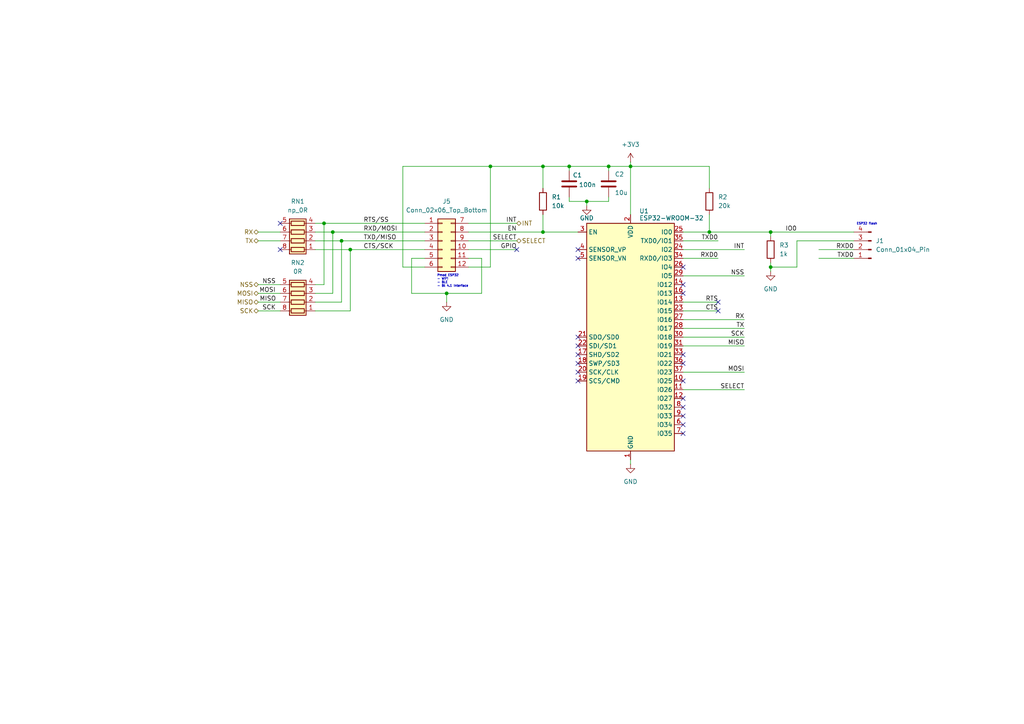
<source format=kicad_sch>
(kicad_sch (version 20250114) (generator "eeschema") (generator_version "9.0")
  (paper "A4")
  (lib_symbols
    (symbol "+3V3_1" (power) (pin_numbers (hide yes)) (pin_names (offset 0) (hide yes))
      (property "Value" "+3V3" (at 0 3.556 0))
      (symbol "+3V3_1_0_1"
        (polyline (pts (xy -0.762 1.27) (xy 0 2.54)))
        (polyline (pts (xy 0 2.54) (xy 0.762 1.27)))
        (polyline (pts (xy 0 0) (xy 0 2.54)))
      )
      (symbol "+3V3_1_1_1"
        (pin power_in line (at 0 0 90) (length 0) (name "~") (number "1"))
      )
    )
    (symbol "Connector:Conn_01x04_Pin" (pin_names (offset 1.016) (hide yes))
      (property "Reference" "J" (at 0 5.08 0))
      (property "Value" "Conn_01x04_Pin" (at 0 -7.62 0))
      (symbol "Conn_01x04_Pin_1_1"
        (rectangle (start 0.8636 2.667) (end 0 2.413) (stroke (width 0.1524)) (fill (type outline)))
        (rectangle (start 0.8636 0.127) (end 0 -0.127) (stroke (width 0.1524)) (fill (type outline)))
        (rectangle (start 0.8636 -2.413) (end 0 -2.667) (stroke (width 0.1524)) (fill (type outline)))
        (rectangle (start 0.8636 -4.953) (end 0 -5.207) (stroke (width 0.1524)) (fill (type outline)))
        (polyline (pts (xy 1.27 2.54) (xy 0.8636 2.54)) (stroke (width 0.1524)))
        (polyline (pts (xy 1.27 0) (xy 0.8636 0)) (stroke (width 0.1524)))
        (polyline (pts (xy 1.27 -2.54) (xy 0.8636 -2.54)) (stroke (width 0.1524)))
        (polyline (pts (xy 1.27 -5.08) (xy 0.8636 -5.08)) (stroke (width 0.1524)))
        (pin passive line (at 5.08 2.54 180) (length 3.81) (name "Pin_1") (number "1"))
        (pin passive line (at 5.08 0 180) (length 3.81) (name "Pin_2") (number "2"))
        (pin passive line (at 5.08 -2.54 180) (length 3.81) (name "Pin_3") (number "3"))
        (pin passive line (at 5.08 -5.08 180) (length 3.81) (name "Pin_4") (number "4"))
      )
    )
    (symbol "Connector_Generic:Conn_02x06_Top_Bottom" (pin_names (offset 1.016) (hide yes))
      (property "Reference" "J" (at 1.27 7.62 0))
      (property "Value" "Conn_02x06_Top_Bottom" (at 1.27 -10.16 0))
      (symbol "Conn_02x06_Top_Bottom_1_1"
        (rectangle (start -1.27 6.35) (end 3.81 -8.89) (stroke (width 0.254)) (fill (type background)))
        (rectangle (start -1.27 5.207) (end 0 4.953) (stroke (width 0.1524)))
        (rectangle (start -1.27 2.667) (end 0 2.413) (stroke (width 0.1524)))
        (rectangle (start -1.27 0.127) (end 0 -0.127) (stroke (width 0.1524)))
        (rectangle (start -1.27 -2.413) (end 0 -2.667) (stroke (width 0.1524)))
        (rectangle (start -1.27 -4.953) (end 0 -5.207) (stroke (width 0.1524)))
        (rectangle (start -1.27 -7.493) (end 0 -7.747) (stroke (width 0.1524)))
        (rectangle (start 3.81 5.207) (end 2.54 4.953) (stroke (width 0.1524)))
        (rectangle (start 3.81 2.667) (end 2.54 2.413) (stroke (width 0.1524)))
        (rectangle (start 3.81 0.127) (end 2.54 -0.127) (stroke (width 0.1524)))
        (rectangle (start 3.81 -2.413) (end 2.54 -2.667) (stroke (width 0.1524)))
        (rectangle (start 3.81 -4.953) (end 2.54 -5.207) (stroke (width 0.1524)))
        (rectangle (start 3.81 -7.493) (end 2.54 -7.747) (stroke (width 0.1524)))
        (pin passive line (at -5.08 5.08 0) (length 3.81) (name "Pin_1") (number "1"))
        (pin passive line (at -5.08 2.54 0) (length 3.81) (name "Pin_2") (number "2"))
        (pin passive line (at -5.08 0 0) (length 3.81) (name "Pin_3") (number "3"))
        (pin passive line (at -5.08 -2.54 0) (length 3.81) (name "Pin_4") (number "4"))
        (pin passive line (at -5.08 -5.08 0) (length 3.81) (name "Pin_5") (number "5"))
        (pin passive line (at -5.08 -7.62 0) (length 3.81) (name "Pin_6") (number "6"))
        (pin passive line (at 7.62 5.08 180) (length 3.81) (name "Pin_7") (number "7"))
        (pin passive line (at 7.62 2.54 180) (length 3.81) (name "Pin_8") (number "8"))
        (pin passive line (at 7.62 0 180) (length 3.81) (name "Pin_9") (number "9"))
        (pin passive line (at 7.62 -2.54 180) (length 3.81) (name "Pin_10") (number "10"))
        (pin passive line (at 7.62 -5.08 180) (length 3.81) (name "Pin_11") (number "11"))
        (pin passive line (at 7.62 -7.62 180) (length 3.81) (name "Pin_12") (number "12"))
      )
    )
    (symbol "Device:C" (pin_numbers (hide yes)) (pin_names (offset 0.254))
      (property "Reference" "C" (at 0.635 2.54 0))
      (property "Value" "C" (at 0.635 -2.54 0))
      (symbol "C_0_1"
        (polyline (pts (xy -2.032 0.762) (xy 2.032 0.762)) (stroke (width 0.508)))
        (polyline (pts (xy -2.032 -0.762) (xy 2.032 -0.762)) (stroke (width 0.508)))
      )
      (symbol "C_1_1"
        (pin passive line (at 0 3.81 270) (length 2.794) (name "~") (number "1"))
        (pin passive line (at 0 -3.81 90) (length 2.794) (name "~") (number "2"))
      )
    )
    (symbol "Device:R" (pin_numbers (hide yes)) (pin_names (offset 0))
      (property "Reference" "R" (at 2.032 0 90))
      (property "Value" "R" (at 0 0 90))
      (symbol "R_0_1"
        (rectangle (start -1.016 -2.54) (end 1.016 2.54) (stroke (width 0.254)))
      )
      (symbol "R_1_1"
        (pin passive line (at 0 3.81 270) (length 1.27) (name "~") (number "1"))
        (pin passive line (at 0 -3.81 90) (length 1.27) (name "~") (number "2"))
      )
    )
    (symbol "Device:R_Pack04" (pin_names (offset 0) (hide yes))
      (property "Reference" "RN" (at -7.62 0 90))
      (property "Value" "R_Pack04" (at 5.08 0 90))
      (symbol "R_Pack04_0_1"
        (rectangle (start -6.35 -2.413) (end 3.81 2.413) (stroke (width 0.254)) (fill (type background)))
        (rectangle (start -5.715 1.905) (end -4.445 -1.905) (stroke (width 0.254)))
        (polyline (pts (xy -5.08 1.905) (xy -5.08 2.54)))
        (polyline (pts (xy -5.08 -2.54) (xy -5.08 -1.905)))
        (rectangle (start -3.175 1.905) (end -1.905 -1.905) (stroke (width 0.254)))
        (polyline (pts (xy -2.54 1.905) (xy -2.54 2.54)))
        (polyline (pts (xy -2.54 -2.54) (xy -2.54 -1.905)))
        (rectangle (start -0.635 1.905) (end 0.635 -1.905) (stroke (width 0.254)))
        (polyline (pts (xy 0 1.905) (xy 0 2.54)))
        (polyline (pts (xy 0 -2.54) (xy 0 -1.905)))
        (rectangle (start 1.905 1.905) (end 3.175 -1.905) (stroke (width 0.254)))
        (polyline (pts (xy 2.54 1.905) (xy 2.54 2.54)))
        (polyline (pts (xy 2.54 -2.54) (xy 2.54 -1.905)))
      )
      (symbol "R_Pack04_1_1"
        (pin passive line (at -5.08 5.08 270) (length 2.54) (name "R1.2") (number "8"))
        (pin passive line (at -5.08 -5.08 90) (length 2.54) (name "R1.1") (number "1"))
        (pin passive line (at -2.54 5.08 270) (length 2.54) (name "R2.2") (number "7"))
        (pin passive line (at -2.54 -5.08 90) (length 2.54) (name "R2.1") (number "2"))
        (pin passive line (at 0 5.08 270) (length 2.54) (name "R3.2") (number "6"))
        (pin passive line (at 0 -5.08 90) (length 2.54) (name "R3.1") (number "3"))
        (pin passive line (at 2.54 5.08 270) (length 2.54) (name "R4.2") (number "5"))
        (pin passive line (at 2.54 -5.08 90) (length 2.54) (name "R4.1") (number "4"))
      )
    )
    (symbol "GND_1" (power) (pin_numbers (hide yes)) (pin_names (offset 0) (hide yes))
      (property "Value" "GND" (at 0 -3.81 0))
      (symbol "GND_1_0_1"
        (polyline (pts (xy 0 0) (xy 0 -1.27) (xy 1.27 -1.27) (xy 0 -2.54) (xy -1.27 -1.27) (xy 0 -1.27)))
      )
      (symbol "GND_1_1_1"
        (pin power_in line (at 0 0 270) (length 0) (name "~") (number "1"))
      )
    )
    (symbol "RF_Module:ESP32-WROOM-32"
      (property "Reference" "U" (at -12.7 34.29 0))
      (property "Value" "ESP32-WROOM-32" (at 1.27 34.29 0))
      (symbol "ESP32-WROOM-32_0_1"
        (rectangle (start -12.7 33.02) (end 12.7 -33.02) (stroke (width 0.254)) (fill (type background)))
      )
      (symbol "ESP32-WROOM-32_1_1"
        (pin input line (at -15.24 30.48 0) (length 2.54) (name "EN") (number "3"))
        (pin input line (at -15.24 25.4 0) (length 2.54) (name "SENSOR_VP") (number "4"))
        (pin input line (at -15.24 22.86 0) (length 2.54) (name "SENSOR_VN") (number "5"))
        (pin bidirectional line (at -15.24 0 0) (length 2.54) (name "SDO/SD0") (number "21"))
        (pin bidirectional line (at -15.24 -2.54 0) (length 2.54) (name "SDI/SD1") (number "22"))
        (pin bidirectional line (at -15.24 -5.08 0) (length 2.54) (name "SHD/SD2") (number "17"))
        (pin bidirectional line (at -15.24 -7.62 0) (length 2.54) (name "SWP/SD3") (number "18"))
        (pin bidirectional line (at -15.24 -10.16 0) (length 2.54) (name "SCK/CLK") (number "20"))
        (pin bidirectional line (at -15.24 -12.7 0) (length 2.54) (name "SCS/CMD") (number "19"))
        (pin no_connect line (at -12.7 -27.94 0) (length 2.54) (hide yes) (name "NC") (number "32"))
        (pin power_in line (at 0 35.56 270) (length 2.54) (name "VDD") (number "2"))
        (pin power_in line (at 0 -35.56 90) (length 2.54) (name "GND") (number "1"))
        (pin passive line (at 0 -35.56 90) (length 2.54) (hide yes) (name "GND") (number "15"))
        (pin passive line (at 0 -35.56 90) (length 2.54) (hide yes) (name "GND") (number "38"))
        (pin passive line (at 0 -35.56 90) (length 2.54) (hide yes) (name "GND") (number "39"))
        (pin bidirectional line (at 15.24 30.48 180) (length 2.54) (name "IO0") (number "25"))
        (pin bidirectional line (at 15.24 27.94 180) (length 2.54) (name "TXD0/IO1") (number "35"))
        (pin bidirectional line (at 15.24 25.4 180) (length 2.54) (name "IO2") (number "24"))
        (pin bidirectional line (at 15.24 22.86 180) (length 2.54) (name "RXD0/IO3") (number "34"))
        (pin bidirectional line (at 15.24 20.32 180) (length 2.54) (name "IO4") (number "26"))
        (pin bidirectional line (at 15.24 17.78 180) (length 2.54) (name "IO5") (number "29"))
        (pin bidirectional line (at 15.24 15.24 180) (length 2.54) (name "IO12") (number "14"))
        (pin bidirectional line (at 15.24 12.7 180) (length 2.54) (name "IO13") (number "16"))
        (pin bidirectional line (at 15.24 10.16 180) (length 2.54) (name "IO14") (number "13"))
        (pin bidirectional line (at 15.24 7.62 180) (length 2.54) (name "IO15") (number "23"))
        (pin bidirectional line (at 15.24 5.08 180) (length 2.54) (name "IO16") (number "27"))
        (pin bidirectional line (at 15.24 2.54 180) (length 2.54) (name "IO17") (number "28"))
        (pin bidirectional line (at 15.24 0 180) (length 2.54) (name "IO18") (number "30"))
        (pin bidirectional line (at 15.24 -2.54 180) (length 2.54) (name "IO19") (number "31"))
        (pin bidirectional line (at 15.24 -5.08 180) (length 2.54) (name "IO21") (number "33"))
        (pin bidirectional line (at 15.24 -7.62 180) (length 2.54) (name "IO22") (number "36"))
        (pin bidirectional line (at 15.24 -10.16 180) (length 2.54) (name "IO23") (number "37"))
        (pin bidirectional line (at 15.24 -12.7 180) (length 2.54) (name "IO25") (number "10"))
        (pin bidirectional line (at 15.24 -15.24 180) (length 2.54) (name "IO26") (number "11"))
        (pin bidirectional line (at 15.24 -17.78 180) (length 2.54) (name "IO27") (number "12"))
        (pin bidirectional line (at 15.24 -20.32 180) (length 2.54) (name "IO32") (number "8"))
        (pin bidirectional line (at 15.24 -22.86 180) (length 2.54) (name "IO33") (number "9"))
        (pin input line (at 15.24 -25.4 180) (length 2.54) (name "IO34") (number "6"))
        (pin input line (at 15.24 -27.94 180) (length 2.54) (name "IO35") (number "7"))
      )
    )
  )
  (text "Pmod ESP32\n- WiFi\n- BLE\n- Bt 4.1 Interface" (at 126.746 81.534 0) (effects (font (size 0.635 0.635)) (justify left)))
  (text "ESP32 flash" (at 248.412 65.024 0) (effects (font (size 0.635 0.635)) (justify left)))
  (junction (at 101.6 72.39))
  (junction (at 170.18 58.42))
  (junction (at 157.48 67.31))
  (junction (at 165.1 48.26))
  (junction (at 129.54 85.09))
  (junction (at 93.98 64.77))
  (junction (at 182.88 48.26))
  (junction (at 96.52 67.31))
  (junction (at 223.52 77.47))
  (junction (at 205.74 67.31))
  (junction (at 142.24 48.26))
  (junction (at 176.53 48.26))
  (junction (at 223.52 67.31))
  (junction (at 157.48 48.26))
  (junction (at 99.06 69.85))
  (no_connect (at 167.64 102.87))
  (no_connect (at 208.28 87.63))
  (no_connect (at 167.64 97.79))
  (no_connect (at 198.12 120.65))
  (no_connect (at 198.12 125.73))
  (no_connect (at 167.64 100.33))
  (no_connect (at 149.86 72.39))
  (no_connect (at 167.64 107.95))
  (no_connect (at 198.12 110.49))
  (no_connect (at 198.12 77.47))
  (no_connect (at 167.64 105.41))
  (no_connect (at 208.28 90.17))
  (no_connect (at 198.12 115.57))
  (no_connect (at 198.12 85.09))
  (no_connect (at 81.28 64.77))
  (no_connect (at 167.64 110.49))
  (no_connect (at 167.64 74.93))
  (no_connect (at 198.12 102.87))
  (no_connect (at 167.64 72.39))
  (no_connect (at 81.28 72.39))
  (no_connect (at 198.12 82.55))
  (no_connect (at 198.12 118.11))
  (no_connect (at 198.12 123.19))
  (no_connect (at 198.12 105.41))
  (wire (pts (xy 223.52 76.2) (xy 223.52 77.47)))
  (wire (pts (xy 139.7 85.09) (xy 139.7 74.93)))
  (wire (pts (xy 247.65 69.85) (xy 231.14 69.85)))
  (wire (pts (xy 165.1 58.42) (xy 170.18 58.42)))
  (wire (pts (xy 215.9 92.71) (xy 198.12 92.71)))
  (wire (pts (xy 157.48 62.23) (xy 157.48 67.31)))
  (wire (pts (xy 135.89 74.93) (xy 139.7 74.93)))
  (wire (pts (xy 215.9 72.39) (xy 198.12 72.39)))
  (wire (pts (xy 231.14 69.85) (xy 231.14 77.47)))
  (wire (pts (xy 165.1 58.42) (xy 165.1 57.15)))
  (wire (pts (xy 176.53 49.53) (xy 176.53 48.26)))
  (wire (pts (xy 157.48 48.26) (xy 157.48 54.61)))
  (wire (pts (xy 142.24 48.26) (xy 142.24 77.47)))
  (wire (pts (xy 116.84 48.26) (xy 142.24 48.26)))
  (wire (pts (xy 119.38 85.09) (xy 119.38 74.93)))
  (wire (pts (xy 208.28 90.17) (xy 198.12 90.17)))
  (wire (pts (xy 176.53 48.26) (xy 182.88 48.26)))
  (wire (pts (xy 99.06 87.63) (xy 91.44 87.63)))
  (wire (pts (xy 96.52 85.09) (xy 96.52 67.31)))
  (wire (pts (xy 119.38 74.93) (xy 123.19 74.93)))
  (wire (pts (xy 223.52 77.47) (xy 223.52 78.74)))
  (wire (pts (xy 116.84 77.47) (xy 123.19 77.47)))
  (wire (pts (xy 74.93 67.31) (xy 81.28 67.31)))
  (wire (pts (xy 142.24 77.47) (xy 135.89 77.47)))
  (wire (pts (xy 170.18 59.69) (xy 170.18 58.42)))
  (wire (pts (xy 93.98 64.77) (xy 123.19 64.77)))
  (wire (pts (xy 116.84 77.47) (xy 116.84 48.26)))
  (wire (pts (xy 91.44 85.09) (xy 96.52 85.09)))
  (wire (pts (xy 99.06 69.85) (xy 99.06 87.63)))
  (wire (pts (xy 129.54 85.09) (xy 119.38 85.09)))
  (wire (pts (xy 149.86 69.85) (xy 135.89 69.85)))
  (wire (pts (xy 101.6 90.17) (xy 101.6 72.39)))
  (wire (pts (xy 157.48 48.26) (xy 165.1 48.26)))
  (wire (pts (xy 101.6 72.39) (xy 123.19 72.39)))
  (wire (pts (xy 208.28 74.93) (xy 198.12 74.93)))
  (wire (pts (xy 149.86 72.39) (xy 135.89 72.39)))
  (wire (pts (xy 74.93 85.09) (xy 81.28 85.09)))
  (wire (pts (xy 74.93 87.63) (xy 81.28 87.63)))
  (wire (pts (xy 223.52 67.31) (xy 223.52 68.58)))
  (wire (pts (xy 247.65 74.93) (xy 237.49 74.93)))
  (wire (pts (xy 74.93 90.17) (xy 81.28 90.17)))
  (wire (pts (xy 157.48 67.31) (xy 167.64 67.31)))
  (wire (pts (xy 96.52 67.31) (xy 123.19 67.31)))
  (wire (pts (xy 99.06 69.85) (xy 123.19 69.85)))
  (wire (pts (xy 135.89 67.31) (xy 157.48 67.31)))
  (wire (pts (xy 215.9 100.33) (xy 198.12 100.33)))
  (wire (pts (xy 91.44 82.55) (xy 93.98 82.55)))
  (wire (pts (xy 170.18 58.42) (xy 176.53 58.42)))
  (wire (pts (xy 129.54 87.63) (xy 129.54 85.09)))
  (wire (pts (xy 91.44 72.39) (xy 101.6 72.39)))
  (wire (pts (xy 165.1 49.53) (xy 165.1 48.26)))
  (wire (pts (xy 165.1 48.26) (xy 176.53 48.26)))
  (wire (pts (xy 215.9 107.95) (xy 198.12 107.95)))
  (wire (pts (xy 205.74 67.31) (xy 223.52 67.31)))
  (wire (pts (xy 91.44 67.31) (xy 96.52 67.31)))
  (wire (pts (xy 93.98 82.55) (xy 93.98 64.77)))
  (wire (pts (xy 91.44 90.17) (xy 101.6 90.17)))
  (wire (pts (xy 205.74 48.26) (xy 182.88 48.26)))
  (wire (pts (xy 149.86 64.77) (xy 135.89 64.77)))
  (wire (pts (xy 182.88 46.99) (xy 182.88 48.26)))
  (wire (pts (xy 223.52 77.47) (xy 231.14 77.47)))
  (wire (pts (xy 215.9 113.03) (xy 198.12 113.03)))
  (wire (pts (xy 182.88 133.35) (xy 182.88 134.62)))
  (wire (pts (xy 205.74 67.31) (xy 198.12 67.31)))
  (wire (pts (xy 215.9 97.79) (xy 198.12 97.79)))
  (wire (pts (xy 157.48 48.26) (xy 142.24 48.26)))
  (wire (pts (xy 91.44 64.77) (xy 93.98 64.77)))
  (wire (pts (xy 208.28 69.85) (xy 198.12 69.85)))
  (wire (pts (xy 74.93 82.55) (xy 81.28 82.55)))
  (wire (pts (xy 205.74 54.61) (xy 205.74 48.26)))
  (wire (pts (xy 198.12 80.01) (xy 215.9 80.01)))
  (wire (pts (xy 205.74 62.23) (xy 205.74 67.31)))
  (wire (pts (xy 215.9 95.25) (xy 198.12 95.25)))
  (wire (pts (xy 74.93 69.85) (xy 81.28 69.85)))
  (wire (pts (xy 247.65 72.39) (xy 237.49 72.39)))
  (wire (pts (xy 223.52 67.31) (xy 247.65 67.31)))
  (wire (pts (xy 208.28 87.63) (xy 198.12 87.63)))
  (wire (pts (xy 182.88 48.26) (xy 182.88 62.23)))
  (wire (pts (xy 91.44 69.85) (xy 99.06 69.85)))
  (wire (pts (xy 176.53 58.42) (xy 176.53 57.15)))
  (wire (pts (xy 129.54 85.09) (xy 139.7 85.09)))
  (label "RTS" (at 208.28 87.63 180))
  (label "RTS{slash}SS" (at 105.41 64.77 0))
  (label "MISO" (at 80.0877 87.63 180))
  (label "INT" (at 215.9 72.39 180))
  (label "CTS" (at 208.28 90.17 180))
  (label "RXD{slash}MOSI" (at 105.41 67.31 0))
  (label "SELECT" (at 215.9 113.03 180))
  (label "INT" (at 149.86 64.77 180))
  (label "TXD0" (at 208.28 69.85 180))
  (label "RX" (at 215.9 92.71 180))
  (label "EN" (at 149.86 67.31 180))
  (label "SCK" (at 80.01 90.17 180))
  (label "SELECT" (at 149.86 69.85 180))
  (label "MOSI" (at 79.9857 85.09 180))
  (label "MOSI" (at 215.9 107.95 180))
  (label "TXD{slash}MISO" (at 105.41 69.85 0))
  (label "TXD0" (at 247.65 74.93 180))
  (label "MISO" (at 215.9 100.33 180))
  (label "IO0" (at 231.14 67.31 180))
  (label "RXD0" (at 247.65 72.39 180))
  (label "GPIO" (at 149.86 72.39 180))
  (label "SCK" (at 215.9 97.79 180))
  (label "TX" (at 215.9 95.25 180))
  (label "NSS" (at 80.01 82.55 180))
  (label "NSS" (at 215.9 80.01 180))
  (label "RXD0" (at 208.28 74.93 180))
  (label "CTS{slash}SCK" (at 105.41 72.39 0))
  (hierarchical_label "NSS" (shape bidirectional) (at 74.93 82.55 180))
  (hierarchical_label "MISO" (shape bidirectional) (at 74.93 87.63 180))
  (hierarchical_label "TX" (shape bidirectional) (at 74.93 69.85 180))
  (hierarchical_label "SCK" (shape bidirectional) (at 74.93 90.17 180))
  (hierarchical_label "SELECT" (shape bidirectional) (at 149.86 69.85 0))
  (hierarchical_label "RX" (shape bidirectional) (at 74.93 67.31 180))
  (hierarchical_label "INT" (shape bidirectional) (at 149.86 64.77 0))
  (hierarchical_label "MOSI" (shape bidirectional) (at 74.93 85.09 180))
  (symbol (lib_id "Device:C") (at 165.1 53.34 0) (unit 1)
    (property "Reference" "C1" (at 166.116 50.8 0) (effects (justify left)))
    (property "Value" "100n" (at 167.894 53.594 0) (effects (justify left)))
    (property "Footprint" "Capacitor_SMD:C_0805_2012Metric_Pad1.18x1.45mm_HandSolder" (effects (hide yes)))
    (property "Description" "Unpolarized capacitor" (effects (hide yes)))
  )
  (symbol (lib_id "Device:C") (at 176.53 53.34 0) (unit 1)
    (property "Reference" "C2" (at 178.308 50.546 0) (effects (justify left)))
    (property "Value" "10u" (at 178.308 55.88 0) (effects (justify left)))
    (property "Footprint" "Capacitor_SMD:C_0805_2012Metric_Pad1.18x1.45mm_HandSolder" (effects (hide yes)))
    (property "Description" "Unpolarized capacitor" (effects (hide yes)))
  )
  (symbol (lib_id "Connector:Conn_01x04_Pin") (at 252.73 72.39 180) (unit 1)
    (property "Reference" "J1" (at 254 69.8499 0) (effects (justify right)))
    (property "Value" "Conn_01x04_Pin" (at 254 72.3899 0) (effects (justify right)))
    (property "Footprint" "Connector_PinHeader_2.54mm:PinHeader_1x04_P2.54mm_Vertical" (effects (hide yes)))
    (property "Description" "Generic connector, single row, 01x04, script generated" (effects (hide yes)))
  )
  (symbol (lib_id "Device:R") (at 223.52 72.39 0) (unit 1)
    (property "Reference" "R3" (at 226.06 71.1199 0) (effects (justify left)))
    (property "Value" "1k" (at 226.06 73.6599 0) (effects (justify left)))
    (property "Footprint" "Resistor_SMD:R_0805_2012Metric_Pad1.20x1.40mm_HandSolder" (effects (hide yes)))
    (property "Description" "Resistor" (effects (hide yes)))
  )
  (symbol (lib_id "Device:R") (at 205.74 58.42 0) (unit 1)
    (property "Reference" "R2" (at 208.28 57.1499 0) (effects (justify left)))
    (property "Value" "20k" (at 208.28 59.6899 0) (effects (justify left)))
    (property "Footprint" "Resistor_SMD:R_0805_2012Metric_Pad1.20x1.40mm_HandSolder" (effects (hide yes)))
    (property "Description" "Resistor" (effects (hide yes)))
  )
  (symbol (lib_id "Device:R") (at 157.48 58.42 0) (unit 1)
    (property "Reference" "R1" (at 160.02 57.1499 0) (effects (justify left)))
    (property "Value" "10k" (at 160.02 59.6899 0) (effects (justify left)))
    (property "Footprint" "Resistor_SMD:R_0805_2012Metric_Pad1.20x1.40mm_HandSolder" (effects (hide yes)))
    (property "Description" "Resistor" (effects (hide yes)))
  )
  (symbol (lib_name "GND_1") (lib_id "power:GND") (at 182.88 134.62 0) (unit 1)
    (property "Reference" "#PWR010" (effects (hide yes)))
    (property "Value" "GND" (at 182.88 139.7 0))
    (property "Description" "Power symbol creates a global label with name \"GND\" , ground" (effects (hide yes)))
  )
  (symbol (lib_id "RF_Module:ESP32-WROOM-32") (at 182.88 97.79 0) (unit 1)
    (property "Reference" "U1" (at 185.42 61.214 0) (effects (justify left)))
    (property "Value" "ESP32-WROOM-32" (at 185.42 63.246 0) (effects (justify left)))
    (property "Footprint" "RF_Module:ESP32-WROOM-32" (effects (hide yes)))
    (property "Datasheet" "https://www.espressif.com/sites/default/files/documentation/esp32-wroom-32_datasheet_en.pdf" (effects (hide yes)))
    (property "Description" "RF Module, ESP32-D0WDQ6 SoC, Wi-Fi 802.11b/g/n, Bluetooth, BLE, 32-bit, 2.7-3.6V, onboard antenna, SMD" (effects (hide yes)))
  )
  (symbol (lib_name "+3V3_1") (lib_id "power:+3V3") (at 182.88 46.99 0) (unit 1)
    (property "Reference" "#PWR09" (effects (hide yes)))
    (property "Value" "+3V3" (at 182.88 41.91 0))
    (property "Description" "Power symbol creates a global label with name \"+3V3\"" (effects (hide yes)))
  )
  (symbol (lib_name "GND_1") (lib_id "power:GND") (at 129.54 87.63 0) (unit 1)
    (property "Reference" "#PWR07" (effects (hide yes)))
    (property "Value" "GND" (at 129.54 92.71 0))
    (property "Description" "Power symbol creates a global label with name \"GND\" , ground" (effects (hide yes)))
  )
  (symbol (lib_name "GND_1") (lib_id "power:GND") (at 170.18 59.69 0) (unit 1)
    (property "Reference" "#PWR08" (effects (hide yes)))
    (property "Value" "GND" (at 170.18 63.246 0))
    (property "Description" "Power symbol creates a global label with name \"GND\" , ground" (effects (hide yes)))
  )
  (symbol (lib_id "Connector_Generic:Conn_02x06_Top_Bottom") (at 128.27 69.85 0) (unit 1)
    (property "Reference" "J5" (at 129.54 58.42 0))
    (property "Value" "Conn_02x06_Top_Bottom" (at 129.54 60.96 0))
    (property "Footprint" "Connector_PinHeader_2.54mm:PinHeader_2x06_P2.54mm_Horizontal" (effects (hide yes)))
    (property "Description" "Generic connector, double row, 02x06, top/bottom pin numbering scheme (row 1: 1...pins_per_row, row2: pins_per_row+1 ... num_pins), script generated (kicad-library-utils/schlib/autogen/connector/)" (effects (hide yes)))
  )
  (symbol (lib_name "GND_1") (lib_id "power:GND") (at 223.52 78.74 0) (unit 1)
    (property "Reference" "#PWR011" (effects (hide yes)))
    (property "Value" "GND" (at 223.52 83.82 0))
    (property "Description" "Power symbol creates a global label with name \"GND\" , ground" (effects (hide yes)))
  )
  (symbol (lib_id "Device:R_Pack04") (at 86.36 85.09 90) (unit 1)
    (property "Reference" "RN2" (at 86.36 76.2 90))
    (property "Value" "0R" (at 86.36 78.74 90))
    (property "Footprint" "Resistor_SMD:R_Array_Convex_4x0603" (effects (hide yes)))
    (property "Description" "4 resistor network, parallel topology" (effects (hide yes)))
  )
  (symbol (lib_id "Device:R_Pack04") (at 86.36 67.31 90) (unit 1)
    (property "Reference" "RN1" (at 86.36 58.42 90))
    (property "Value" "np_0R" (at 86.36 60.96 90))
    (property "Footprint" "Resistor_SMD:R_Array_Convex_4x0603" (effects (hide yes)))
    (property "Description" "4 resistor network, parallel topology" (effects (hide yes)))
  )
)
</source>
